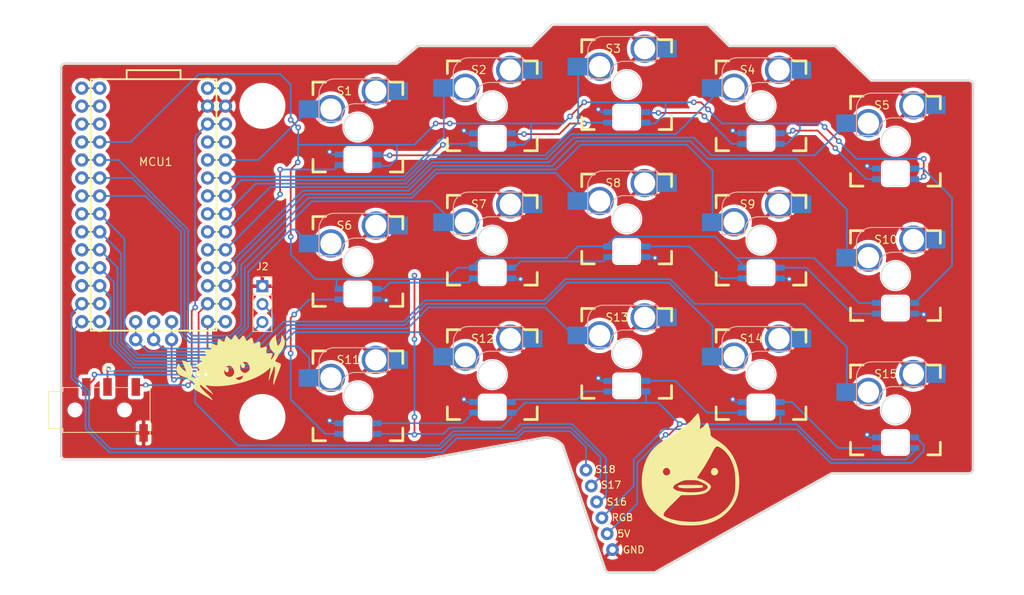
<source format=kicad_pcb>
(kicad_pcb (version 20221018) (generator pcbnew)

  (general
    (thickness 1.6)
  )

  (paper "A5")
  (layers
    (0 "F.Cu" signal)
    (31 "B.Cu" signal)
    (32 "B.Adhes" user "B.Adhesive")
    (33 "F.Adhes" user "F.Adhesive")
    (34 "B.Paste" user)
    (35 "F.Paste" user)
    (36 "B.SilkS" user "B.Silkscreen")
    (37 "F.SilkS" user "F.Silkscreen")
    (38 "B.Mask" user)
    (39 "F.Mask" user)
    (40 "Dwgs.User" user "User.Drawings")
    (41 "Cmts.User" user "User.Comments")
    (42 "Eco1.User" user "User.Eco1")
    (43 "Eco2.User" user "User.Eco2")
    (44 "Edge.Cuts" user)
    (45 "Margin" user)
    (46 "B.CrtYd" user "B.Courtyard")
    (47 "F.CrtYd" user "F.Courtyard")
    (48 "B.Fab" user)
    (49 "F.Fab" user)
    (50 "User.1" user)
    (51 "User.2" user)
    (52 "User.3" user)
    (53 "User.4" user)
    (54 "User.5" user)
    (55 "User.6" user)
    (56 "User.7" user)
    (57 "User.8" user)
    (58 "User.9" user)
  )

  (setup
    (stackup
      (layer "F.SilkS" (type "Top Silk Screen"))
      (layer "F.Paste" (type "Top Solder Paste"))
      (layer "F.Mask" (type "Top Solder Mask") (thickness 0.01))
      (layer "F.Cu" (type "copper") (thickness 0.035))
      (layer "dielectric 1" (type "core") (thickness 1.51) (material "FR4") (epsilon_r 4.5) (loss_tangent 0.02))
      (layer "B.Cu" (type "copper") (thickness 0.035))
      (layer "B.Mask" (type "Bottom Solder Mask") (thickness 0.01))
      (layer "B.Paste" (type "Bottom Solder Paste"))
      (layer "B.SilkS" (type "Bottom Silk Screen"))
      (copper_finish "None")
      (dielectric_constraints no)
    )
    (pad_to_mask_clearance 0)
    (pcbplotparams
      (layerselection 0x00010fc_ffffffff)
      (plot_on_all_layers_selection 0x0000000_00000000)
      (disableapertmacros false)
      (usegerberextensions false)
      (usegerberattributes true)
      (usegerberadvancedattributes true)
      (creategerberjobfile true)
      (dashed_line_dash_ratio 12.000000)
      (dashed_line_gap_ratio 3.000000)
      (svgprecision 4)
      (plotframeref false)
      (viasonmask false)
      (mode 1)
      (useauxorigin false)
      (hpglpennumber 1)
      (hpglpenspeed 20)
      (hpglpendiameter 15.000000)
      (dxfpolygonmode true)
      (dxfimperialunits true)
      (dxfusepcbnewfont true)
      (psnegative false)
      (psa4output false)
      (plotreference true)
      (plotvalue true)
      (plotinvisibletext false)
      (sketchpadsonfab false)
      (subtractmaskfromsilk false)
      (outputformat 1)
      (mirror false)
      (drillshape 0)
      (scaleselection 1)
      (outputdirectory "")
    )
  )

  (net 0 "")
  (net 1 "GND")
  (net 2 "/S1")
  (net 3 "+5V")
  (net 4 "Net-(S1-DOUT)")
  (net 5 "/S2")
  (net 6 "/S3")
  (net 7 "Net-(S2-DOUT)")
  (net 8 "/S4")
  (net 9 "Net-(S3-DOUT)")
  (net 10 "/S5")
  (net 11 "/NEOPIXEL_DIN")
  (net 12 "/S6")
  (net 13 "Net-(S4-DOUT)")
  (net 14 "/S11")
  (net 15 "Net-(S11-DIN)")
  (net 16 "/S12")
  (net 17 "Net-(S6-DIN)")
  (net 18 "/S13")
  (net 19 "Net-(S7-DIN)")
  (net 20 "/S14")
  (net 21 "Net-(S8-DIN)")
  (net 22 "/S15")
  (net 23 "Net-(S10-DOUT)")
  (net 24 "/S7")
  (net 25 "/S8")
  (net 26 "/S9")
  (net 27 "/S10")
  (net 28 "/RX")
  (net 29 "/TX")
  (net 30 "/S18")
  (net 31 "/S17")
  (net 32 "/S16")
  (net 33 "Net-(S11-DOUT)")
  (net 34 "Net-(S12-DOUT)")
  (net 35 "Net-(S10-DIN)")
  (net 36 "/VBUS")
  (net 37 "Net-(J2-Pin_2)")
  (net 38 "Net-(J2-Pin_3)")
  (net 39 "unconnected-(MCU1-VBAT-Pad30)")
  (net 40 "unconnected-(MCU1-D13-Pad27)")
  (net 41 "unconnected-(MCU1-3.3V-Pad2)")
  (net 42 "unconnected-(MCU1-3.3V-Pad1)")
  (net 43 "unconnected-(MCU1-RESET-Pad0)")
  (net 44 "Net-(S13-DOUT)")
  (net 45 "Net-(S14-DOUT)")
  (net 46 "Net-(E3-Pin_1)")

  (footprint "Footprints:Pin0.9mm" (layer "F.Cu") (at 105.25 93.5))

  (footprint "Footprints:MX_SW_SOCKET_LED" (layer "F.Cu") (at 108 49))

  (footprint "Footprints:MX_SW_SOCKET_LED_REV" (layer "F.Cu") (at 108 68))

  (footprint "Footprints:Pin0.9mm" (layer "F.Cu") (at 102.25 84.5))

  (footprint "Footprints:Pin0.9mm" (layer "F.Cu") (at 104.5 91.25))

  (footprint "Footprints:Pin0.9mm" (layer "F.Cu") (at 103.75 89))

  (footprint "Footprints:MX_SW_SOCKET_LED_REV" (layer "F.Cu") (at 127 33))

  (footprint "Footprints:MX_SW_SOCKET_LED" (layer "F.Cu") (at 89 52))

  (footprint "Footprints:MX_SW_SOCKET_LED_REV" (layer "F.Cu") (at 146 38))

  (footprint "MountingHole:MountingHole_6mm" (layer "F.Cu") (at 56.5 33))

  (footprint "Footprints:MX_SW_SOCKET_LED_REV" (layer "F.Cu") (at 108 30))

  (footprint "Footprints:MX_SW_SOCKET_LED_REV" (layer "F.Cu") (at 89 71))

  (footprint "Footprints:MX_SW_SOCKET_LED_REV" (layer "F.Cu") (at 70 74))

  (footprint "Footprints:MX_SW_SOCKET_LED_REV" (layer "F.Cu") (at 127 71))

  (footprint "Footprints:MX_SW_SOCKET_LED" (layer "F.Cu") (at 127 52))

  (footprint "Footprints:MX_SW_SOCKET_LED_REV" (layer "F.Cu") (at 89 33))

  (footprint "Footprints:MX_SW_SOCKET_LED" (layer "F.Cu") (at 70 55))

  (footprint "MountingHole:MountingHole_6mm" (layer "F.Cu") (at 56.5 77))

  (footprint "Footprints:Pin0.9mm" (layer "F.Cu") (at 103 86.75))

  (footprint "Footprints:MX_SW_SOCKET_LED_REV" (layer "F.Cu") (at 70 36))

  (footprint "Connector_Audio:Jack_3.5mm_KoreanHropartsElec_PJ-320D-4A_Horizontal" (layer "F.Cu") (at 34.75 76))

  (footprint "Footprints:MX_SW_SOCKET_LED" (layer "F.Cu") (at 146 57))

  (footprint "Footprints:Pin0.9mm" (layer "F.Cu") (at 106 95.75))

  (footprint "Connector_PinSocket_2.54mm:PinSocket_1x03_P2.54mm_Vertical" (layer "F.Cu") (at 56.5 58.5))

  (footprint "Footprints:MX_SW_SOCKET_LED_REV" (layer "F.Cu") (at 146 76))

  (footprint "Footprints:ITSYBITSY BREAKOUT" (layer "F.Cu") (at 41.12 43.2))

  (gr_poly
    (pts
      (xy 118.102948 76.461112)
      (xy 118.107792 76.462479)
      (xy 118.111659 76.465174)
      (xy 118.127924 76.48396)
      (xy 118.144193 76.507646)
      (xy 118.176562 76.568672)
      (xy 118.208403 76.646151)
      (xy 118.239356 76.737984)
      (xy 118.269058 76.842073)
      (xy 118.297147 76.956318)
      (xy 118.323263 77.078619)
      (xy 118.347043 77.206879)
      (xy 118.368126 77.338996)
      (xy 118.386149 77.472874)
      (xy 118.400752 77.606411)
      (xy 118.411572 77.737509)
      (xy 118.418249 77.864069)
      (xy 118.420419 77.983992)
      (xy 118.417722 78.095178)
      (xy 118.409796 78.195529)
      (xy 118.350447 78.720118)
      (xy 118.622047 78.526719)
      (xy 118.650934 78.50542)
      (xy 118.681402 78.481582)
      (xy 118.713194 78.455462)
      (xy 118.746047 78.427318)
      (xy 118.779704 78.397405)
      (xy 118.813904 78.365982)
      (xy 118.882895 78.299633)
      (xy 118.950941 78.230326)
      (xy 119.015966 78.16012)
      (xy 119.046696 78.125322)
      (xy 119.075892 78.09107)
      (xy 119.103293 78.057621)
      (xy 119.12864 78.025234)
      (xy 119.152931 77.994215)
      (xy 119.177232 77.964785)
      (xy 119.20139 77.937064)
      (xy 119.225248 77.911175)
      (xy 119.248651 77.887239)
      (xy 119.271444 77.865379)
      (xy 119.293472 77.845715)
      (xy 119.314578 77.82837)
      (xy 119.334608 77.813466)
      (xy 119.353406 77.801124)
      (xy 119.370818 77.791466)
      (xy 119.386687 77.784614)
      (xy 119.393994 77.782278)
      (xy 119.400858 77.780689)
      (xy 119.407259 77.779863)
      (xy 119.413177 77.779814)
      (xy 119.418593 77.780558)
      (xy 119.423487 77.78211)
      (xy 119.42784 77.784485)
      (xy 119.431633 77.787699)
      (xy 119.459409 77.82482)
      (xy 119.49024 77.880618)
      (xy 119.523456 77.952754)
      (xy 119.558389 78.038891)
      (xy 119.59437 78.13669)
      (xy 119.630731 78.243815)
      (xy 119.701916 78.476688)
      (xy 119.766595 78.718806)
      (xy 119.794822 78.837488)
      (xy 119.819417 78.951467)
      (xy 119.839711 79.058406)
      (xy 119.855034 79.155967)
      (xy 119.864718 79.241812)
      (xy 119.868095 79.313604)
      (xy 119.867955 79.382185)
      (xy 119.868687 79.442469)
      (xy 119.86992 79.470035)
      (xy 119.87202 79.496169)
      (xy 119.875201 79.521085)
      (xy 119.879682 79.544998)
      (xy 119.885677 79.568122)
      (xy 119.893402 79.590671)
      (xy 119.903075 79.61286)
      (xy 119.91491 79.634903)
      (xy 119.929123 79.657013)
      (xy 119.945932 79.679406)
      (xy 119.965552 79.702295)
      (xy 119.988199 79.725895)
      (xy 120.014089 79.750421)
      (xy 120.043439 79.776085)
      (xy 120.076464 79.803103)
      (xy 120.11338 79.831688)
      (xy 120.154404 79.862056)
      (xy 120.199751 79.89442)
      (xy 120.304282 79.965993)
      (xy 120.428699 80.048123)
      (xy 120.574733 80.142523)
      (xy 120.938564 80.374989)
      (xy 121.24522 80.581884)
      (xy 121.535111 80.800388)
      (xy 121.808286 81.030583)
      (xy 122.064797 81.272549)
      (xy 122.304695 81.52637)
      (xy 122.528028 81.792127)
      (xy 122.734849 82.069903)
      (xy 122.925207 82.359779)
      (xy 123.099154 82.661838)
      (xy 123.256738 82.976162)
      (xy 123.398012 83.302832)
      (xy 123.523026 83.641932)
      (xy 123.63183 83.993542)
      (xy 123.724474 84.357745)
      (xy 123.80101 84.734623)
      (xy 123.861487 85.124258)
      (xy 123.881728 85.295693)
      (xy 123.897843 85.472383)
      (xy 123.909878 85.653387)
      (xy 123.917881 85.837767)
      (xy 123.921984 86.21289)
      (xy 123.910535 86.590231)
      (xy 123.883914 86.962271)
      (xy 123.842504 87.321489)
      (xy 123.816373 87.49394)
      (xy 123.786687 87.660365)
      (xy 123.753495 87.819825)
      (xy 123.716845 87.971379)
      (xy 123.673247 88.128368)
      (xy 123.624737 88.283399)
      (xy 123.571294 88.436507)
      (xy 123.512899 88.587729)
      (xy 123.44953 88.737099)
      (xy 123.381169 88.884653)
      (xy 123.307795 89.030427)
      (xy 123.229388 89.174457)
      (xy 123.145928 89.316777)
      (xy 123.057395 89.457425)
      (xy 122.963768 89.596434)
      (xy 122.865027 89.733841)
      (xy 122.761153 89.869682)
      (xy 122.652124 90.003991)
      (xy 122.537922 90.136805)
      (xy 122.418526 90.268159)
      (xy 122.159803 90.531324)
      (xy 121.89249 90.775696)
      (xy 121.616064 91.001472)
      (xy 121.329998 91.208853)
      (xy 121.033767 91.398036)
      (xy 120.726845 91.569221)
      (xy 120.408708 91.722605)
      (xy 120.07883 91.858389)
      (xy 119.736685 91.976769)
      (xy 119.381749 92.077946)
      (xy 119.013496 92.162118)
      (xy 118.6314 92.229482)
      (xy 118.234936 92.280239)
      (xy 117.823578 92.314587)
      (xy 117.396802 92.332724)
      (xy 116.954082 92.33485)
      (xy 116.533286 92.326929)
      (xy 116.14875 92.315175)
      (xy 115.842985 92.30117)
      (xy 115.732926 92.293819)
      (xy 115.658502 92.286499)
      (xy 115.526053 92.266765)
      (xy 115.385953 92.241637)
      (xy 115.087423 92.176666)
      (xy 114.772157 92.094517)
      (xy 114.449397 91.998121)
      (xy 114.128389 91.890408)
      (xy 113.818377 91.774311)
      (xy 113.528605 91.652759)
      (xy 113.394198 91.590854)
      (xy 113.268318 91.528684)
      (xy 113.090523 91.431239)
      (xy 112.909023 91.319826)
      (xy 112.725223 91.195825)
      (xy 112.540525 91.060615)
      (xy 112.356331 90.915577)
      (xy 112.211421 90.793562)
      (xy 113.22456 90.793562)
      (xy 113.227108 90.824688)
      (xy 113.233808 90.854213)
      (xy 113.244538 90.882344)
      (xy 113.259176 90.909289)
      (xy 113.277599 90.935255)
      (xy 113.299686 90.96045)
      (xy 113.354362 91.009358)
      (xy 113.422225 91.057673)
      (xy 113.611679 91.166011)
      (xy 113.837417 91.267971)
      (xy 114.095321 91.363013)
      (xy 114.381269 91.450596)
      (xy 114.691141 91.53018)
      (xy 115.020817 91.601225)
      (xy 115.366177 91.663192)
      (xy 115.7231 91.71554)
      (xy 116.087466 91.75773)
      (xy 116.455154 91.78922)
      (xy 116.822045 91.809472)
      (xy 117.184018 91.817945)
      (xy 117.536952 91.814099)
      (xy 117.876728 91.797394)
      (xy 118.199225 91.767291)
      (xy 118.500323 91.723248)
      (xy 118.500317 91.72325)
      (xy 118.966215 91.627894)
      (xy 119.412153 91.510645)
      (xy 119.837571 91.371964)
      (xy 120.241908 91.212311)
      (xy 120.624603 91.032147)
      (xy 120.985093 90.831933)
      (xy 121.322819 90.612129)
      (xy 121.637219 90.373196)
      (xy 121.927732 90.115594)
      (xy 122.193796 89.839784)
      (xy 122.434851 89.546226)
      (xy 122.650335 89.235382)
      (xy 122.839688 88.907712)
      (xy 123.002347 88.563676)
      (xy 123.137753 88.203735)
      (xy 123.245343 87.82835)
      (xy 123.276615 87.67748)
      (xy 123.303235 87.502397)
      (xy 123.325239 87.306386)
      (xy 123.342663 87.092736)
      (xy 123.363913 86.625664)
      (xy 123.367271 86.127481)
      (xy 123.353022 85.624482)
      (xy 123.321453 85.142967)
      (xy 123.299263 84.918484)
      (xy 123.272849 84.709234)
      (xy 123.242249 84.518503)
      (xy 123.207498 84.349579)
      (xy 123.147032 84.11367)
      (xy 123.077432 83.881735)
      (xy 122.999126 83.654455)
      (xy 122.912539 83.432513)
      (xy 122.818099 83.21659)
      (xy 122.716231 83.007368)
      (xy 122.607362 82.805528)
      (xy 122.49192 82.611752)
      (xy 122.370329 82.426722)
      (xy 122.243018 82.251119)
      (xy 122.110411 82.085624)
      (xy 121.972937 81.93092)
      (xy 121.831021 81.787688)
      (xy 121.68509 81.656609)
      (xy 121.53557 81.538366)
      (xy 121.382888 81.433639)
      (xy 121.256269 81.354688)
      (xy 121.143037 81.288411)
      (xy 121.090882 81.260368)
      (xy 121.041404 81.235904)
      (xy 120.994378 81.215158)
      (xy 120.949583 81.198266)
      (xy 120.906794 81.185365)
      (xy 120.865787 81.176593)
      (xy 120.82634 81.172086)
      (xy 120.788229 81.171982)
      (xy 120.751231 81.176418)
      (xy 120.715122 81.185532)
      (xy 120.679679 81.19946)
      (xy 120.644679 81.218339)
      (xy 120.609897 81.242307)
      (xy 120.575111 81.271501)
      (xy 120.540098 81.306058)
      (xy 120.504633 81.346115)
      (xy 120.468495 81.391809)
      (xy 120.431458 81.443278)
      (xy 120.3933 81.500659)
      (xy 120.353797 81.564088)
      (xy 120.312726 81.633704)
      (xy 120.269864 81.709643)
      (xy 120.177871 81.881039)
      (xy 120.076032 82.079373)
      (xy 119.962559 82.305744)
      (xy 119.835201 82.553539)
      (xy 119.687559 82.827204)
      (xy 119.524925 83.117711)
      (xy 119.352592 83.416031)
      (xy 119.175853 83.713137)
      (xy 119 84)
      (xy 118.830327 84.267594)
      (xy 118.672125 84.506889)
      (xy 117.941454 85.583909)
      (xy 118.405258 85.741559)
      (xy 118.517112 85.781679)
      (xy 118.6294 85.826006)
      (xy 118.741378 85.874077)
      (xy 118.852299 85.925426)
      (xy 118.961419 85.97959)
      (xy 119.067992 86.036105)
      (xy 119.171272 86.094506)
      (xy 119.270514 86.154329)
      (xy 119.364973 86.215111)
      (xy 119.453903 86.276387)
      (xy 119.536558 86.337692)
      (xy 119.612194 86.398563)
      (xy 119.680065 86.458536)
      (xy 119.739425 86.517147)
      (xy 119.789529 86.57393)
      (xy 119.829631 86.628423)
      (xy 119.853519 86.665399)
      (xy 119.874156 86.698881)
      (xy 119.891513 86.729474)
      (xy 119.898953 86.743877)
      (xy 119.905562 86.757783)
      (xy 119.911338 86.77127)
      (xy 119.916276 86.784413)
      (xy 119.920373 86.797288)
      (xy 119.923626 86.809969)
      (xy 119.92603 86.822534)
      (xy 119.927584 86.835057)
      (xy 119.928282 86.847613)
      (xy 119.928122 86.86028)
      (xy 119.9271 86.873132)
      (xy 119.925213 86.886245)
      (xy 119.922457 86.899694)
      (xy 119.918828 86.913556)
      (xy 119.914323 86.927905)
      (xy 119.908939 86.942818)
      (xy 119.902672 86.95837)
      (xy 119.895518 86.974637)
      (xy 119.878538 87.009617)
      (xy 119.857969 87.048364)
      (xy 119.833785 87.091483)
      (xy 119.805956 87.139578)
      (xy 119.768402 87.200782)
      (xy 119.728626 87.259474)
      (xy 119.686504 87.315694)
      (xy 119.641909 87.36948)
      (xy 119.594718 87.420872)
      (xy 119.544804 87.469907)
      (xy 119.492043 87.516625)
      (xy 119.436309 87.561065)
      (xy 119.377477 87.603265)
      (xy 119.315421 87.643265)
      (xy 119.250018 87.681102)
      (xy 119.18114 87.716815)
      (xy 119.108664 87.750444)
      (xy 119.032463 87.782027)
      (xy 118.952413 87.811603)
      (xy 118.868388 87.83921)
      (xy 118.780263 87.864888)
      (xy 118.687914 87.888675)
      (xy 118.591214 87.91061)
      (xy 118.490038 87.930731)
      (xy 118.384261 87.949078)
      (xy 118.273759 87.965689)
      (xy 118.038075 87.993859)
      (xy 117.781984 88.015551)
      (xy 117.504484 88.031075)
      (xy 117.204573 88.04074)
      (xy 116.88125 88.044858)
      (xy 115.711174 88.049908)
      (xy 114.466274 89.283393)
      (xy 114.02799 89.722754)
      (xy 113.848177 89.908327)
      (xy 113.69328 90.073375)
      (xy 113.562323 90.21956)
      (xy 113.454326 90.348544)
      (xy 113.368314 90.461986)
      (xy 113.303309 90.561548)
      (xy 113.278378 90.606643)
      (xy 113.258333 90.648891)
      (xy 113.243051 90.688499)
      (xy 113.232409 90.725675)
      (xy 113.226286 90.760627)
      (xy 113.22456 90.793562)
      (xy 112.211421 90.793562)
      (xy 112.174043 90.76209)
      (xy 111.995065 90.601532)
      (xy 111.820798 90.435285)
      (xy 111.652646 90.264728)
      (xy 111.492012 90.091239)
      (xy 111.340296 89.916199)
      (xy 111.198903 89.740987)
      (xy 111.069235 89.566983)
      (xy 110.952693 89.395567)
      (xy 110.850682 89.228117)
      (xy 110.764603 89.066014)
      (xy 110.624212 88.753704)
      (xy 110.50146 88.428656)
      (xy 110.396375 88.092272)
      (xy 110.308986 87.745954)
      (xy 110.239319 87.391104)
      (xy 110.187403 87.029125)
      (xy 110.178419 86.932354)
      (xy 114.588753 86.932354)
      (xy 114.590053 86.962764)
      (xy 114.595727 86.992917)
      (xy 114.605759 87.022849)
      (xy 114.620133 87.052595)
      (xy 114.638833 87.082192)
      (xy 114.661843 87.111675)
      (xy 114.689146 87.141082)
      (xy 114.720727 87.170447)
      (xy 114.756569 87.199807)
      (xy 114.796656 87.229197)
      (xy 114.840973 87.258655)
      (xy 114.942228 87.317914)
      (xy 115.069971 87.375799)
      (xy 115.228817 87.428834)
      (xy 115.414803 87.476785)
      (xy 115.623964 87.519415)
      (xy 115.852336 87.556488)
      (xy 116.095954 87.587766)
      (xy 116.350855 87.613015)
      (xy 116.613073 87.631997)
      (xy 116.878644 87.644477)
      (xy 117.143604 87.650217)
      (xy 117.403989 87.648982)
      (xy 117.655834 87.640535)
      (xy 117.895174 87.62464)
      (xy 118.118046 87.601061)
      (xy 118.320485 87.569562)
      (xy 118.498526 87.529905)
      (xy 118.601085 87.501809)
      (xy 118.696337 87.474038)
      (xy 118.784572 87.446439)
      (xy 118.866076 87.418856)
      (xy 118.941136 87.391136)
      (xy 119.010041 87.363123)
      (xy 119.073078 87.334664)
      (xy 119.130535 87.305604)
      (xy 119.182699 87.275789)
      (xy 119.229857 87.245063)
      (xy 119.272297 87.213274)
      (xy 119.310308 87.180265)
      (xy 119.344175 87.145884)
      (xy 119.374187 87.109974)
      (xy 119.400632 87.072383)
      (xy 119.423796 87.032955)
      (xy 119.434247 87.011294)
      (xy 119.442442 86.989544)
      (xy 119.448362 86.967684)
      (xy 119.451986 86.945696)
      (xy 119.453293 86.923561)
      (xy 119.452264 86.901258)
      (xy 119.448878 86.87877)
      (xy 119.443115 86.856077)
      (xy 119.434954 86.83316)
      (xy 119.424375 86.81)
      (xy 119.411358 86.786578)
      (xy 119.395882 86.762874)
      (xy 119.377927 86.738869)
      (xy 119.357473 86.714545)
      (xy 119.3345 86.689882)
      (xy 119.308986 86.664862)
      (xy 119.280913 86.639464)
      (xy 119.250258 86.613669)
      (xy 119.217003 86.58746)
      (xy 119.181126 86.560816)
      (xy 119.142608 86.533719)
      (xy 119.101428 86.506148)
      (xy 119.057566 86.478086)
      (xy 119.011001 86.449513)
      (xy 118.909682 86.390758)
      (xy 118.797309 86.329729)
      (xy 118.673719 86.266274)
      (xy 118.538749 86.20024)
      (xy 118.356689 86.115355)
      (xy 118.275985 86.080322)
      (xy 118.199908 86.049815)
      (xy 118.126768 86.023522)
      (xy 118.054871 86.001135)
      (xy 117.982528 85.982341)
      (xy 117.908045 85.96683)
      (xy 117.829731 85.954293)
      (xy 117.745894 85.944417)
      (xy 117.654843 85.936894)
      (xy 117.554886 85.931412)
      (xy 117.44433 85.92766)
      (xy 117.321485 85.925329)
      (xy 117.032157 85.923685)
      (xy 116.732228 85.924655)
      (xy 116.606492 85.926665)
      (xy 116.494092 85.930276)
      (xy 116.392915 85.935924)
      (xy 116.300849 85.944048)
      (xy 116.215783 85.955086)
      (xy 116.135602 85.969475)
      (xy 116.058196 85.987653)
      (xy 115.981451 86.010058)
      (xy 115.903255 86.037127)
      (xy 115.821497 86.069298)
      (xy 115.734063 86.107009)
      (xy 115.638842 86.150698)
      (xy 115.416587 86.25776)
      (xy 115.251523 86.341105)
      (xy 115.105117 86.420827)
      (xy 114.977239 86.497215)
      (xy 114.867761 86.570556)
      (xy 114.819881 86.606174)
      (xy 114.776552 86.641139)
      (xy 114.737759 86.675486)
      (xy 114.703486 86.709252)
      (xy 114.673715 86.742472)
      (xy 114.648431 86.775183)
      (xy 114.627618 86.80742)
      (xy 114.61126 86.83922)
      (xy 114.599341 86.870618)
      (xy 114.591844 86.901651)
      (xy 114.588753 86.932354)
      (xy 110.178419 86.932354)
      (xy 110.153265 86.661417)
      (xy 110.136934 86.289382)
      (xy 110.138438 85.914424)
      (xy 110.157803 85.537942)
      (xy 110.195058 85.161341)
      (xy 110.250231 84.78602)
      (xy 110.264923 84.711145)
      (xy 113.132746 84.711145)
      (xy 113.134113 84.753157)
      (xy 113.138144 84.793857)
      (xy 113.144733 84.833192)
      (xy 113.153774 84.871106)
      (xy 113.165161 84.907548)
      (xy 113.178788 84.942462)
      (xy 113.19455 84.975795)
      (xy 113.21234 85.007493)
      (xy 113.232052 85.037503)
      (xy 113.253581 85.06577)
      (xy 113.276821 85.092241)
      (xy 113.301666 85.116862)
      (xy 113.328009 85.139579)
      (xy 113.355746 85.160338)
      (xy 113.38477 85.179086)
      (xy 113.414975 85.195769)
      (xy 113.446255 85.210332)
      (xy 113.478505 85.222722)
      (xy 113.511619 85.232886)
      (xy 113.54549 85.240769)
      (xy 113.580013 85.246318)
      (xy 113.615081 85.249478)
      (xy 113.65059 85.250197)
      (xy 113.686433 85.24842)
      (xy 113.722504 85.244093)
      (xy 113.758698 85.237162)
      (xy 113.794907 85.227575)
      (xy 113.831028 85.215276)
      (xy 113.866953 85.200213)
      (xy 113.902576 85.182331)
      (xy 113.937793 85.161576)
      (xy 113.972496 85.137895)
      (xy 114.005144 85.111566)
      (xy 114.034286 85.083056)
      (xy 114.059994 85.052562)
      (xy 114.082339 85.020283)
      (xy 114.101392 84.986415)
      (xy 114.117225 84.951158)
      (xy 114.129909 84.914708)
      (xy 114.139516 84.877264)
      (xy 114.146116 84.839023)
      (xy 114.149782 84.800184)
      (xy 114.150584 84.760945)
      (xy 114.148594 84.721502)
      (xy 114.143883 84.682055)
      (xy 114.136523 84.642801)
      (xy 114.126586 84.603937)
      (xy 114.114141 84.565662)
      (xy 114.099261 84.528174)
      (xy 114.082018 84.491671)
      (xy 114.062482 84.45635)
      (xy 114.040725 84.422409)
      (xy 114.016818 84.390046)
      (xy 113.990833 84.359459)
      (xy 113.96284 84.330846)
      (xy 113.932912 84.304405)
      (xy 113.90112 84.280334)
      (xy 113.867535 84.25883)
      (xy 113.832228 84.240091)
      (xy 113.795271 84.224316)
      (xy 113.756735 84.211702)
      (xy 113.716692 84.202447)
      (xy 113.675213 84.196748)
      (xy 113.632368 84.194805)
      (xy 113.608804 84.195549)
      (xy 113.585305 84.197748)
      (xy 113.561916 84.201357)
      (xy 113.538682 84.20633)
      (xy 113.515646 84.212619)
      (xy 113.492855 84.22018)
      (xy 113.470353 84.228965)
      (xy 113.448185 84.238928)
      (xy 113.426396 84.250023)
      (xy 113.405029 84.262204)
      (xy 113.384131 84.275424)
      (xy 113.363746 84.289637)
      (xy 113.343919 84.304797)
      (xy 113.324694 84.320857)
      (xy 113.306116 84.337772)
      (xy 113.288231 84.355494)
      (xy 113.271082 84.373978)
      (xy 113.254716 84.393177)
      (xy 113.239175 84.413045)
      (xy 113.224506 84.433536)
      (xy 113.210754 84.454603)
      (xy 113.197962 84.476201)
      (xy 113.186175 84.498282)
      (xy 113.17544 84.520801)
      (xy 113.165799 84.54371)
      (xy 113.157299 84.566965)
      (xy 113.149983 84.590519)
      (xy 113.143897 84.614324)
      (xy 113.139086 84.638336)
      (xy 113.135594 84.662508)
      (xy 113.133466 84.686793)
      (xy 113.132746 84.711145)
      (xy 110.264923 84.711145)
      (xy 110.323349 84.413383)
      (xy 110.414441 84.04483)
      (xy 110.523534 83.681765)
      (xy 110.650656 83.325589)
      (xy 110.750646 83.081248)
      (xy 110.858684 82.845137)
      (xy 110.975079 82.616904)
      (xy 111.100138 82.396197)
      (xy 111.234171 82.182665)
      (xy 111.377486 81.975956)
      (xy 111.530393 81.775718)
      (xy 111.693199 81.5816)
      (xy 111.866215 81.39325)
      (xy 112.049748 81.210316)
      (xy 112.244107 81.032448)
      (xy 112.4496 80.859292)
      (xy 112.666538 80.690498)
      (xy 112.895228 80.525714)
      (xy 113.135979 80.364588)
      (xy 113.3891 80.206769)
      (xy 114.180187 79.719972)
      (xy 114.883931 79.264615)
      (xy 115.507079 78.835461)
      (xy 116.056379 78.427274)
      (xy 116.305444 78.229406)
      (xy 116.538577 78.034815)
      (xy 116.756621 77.842848)
      (xy 116.960419 77.65285)
      (xy 117.150816 77.464165)
      (xy 117.328654 77.27614)
      (xy 117.494776 77.088119)
      (xy 117.650027 76.899449)
      (xy 117.690737 76.848895)
      (xy 117.730971 76.800424)
      (xy 117.770491 76.754259)
      (xy 117.809061 76.71062)
      (xy 117.846445 76.669733)
      (xy 117.882406 76.631818)
      (xy 117.916706 76.597099)
      (xy 117.94911 76.565799)
      (xy 117.97938 76.538139)
      (xy 118.007281 76.514343)
      (xy 118.032574 76.494634)
      (xy 118.055025 76.479233)
      (xy 118.074395 76.468364)
      (xy 118.090448 76.462249)
      (xy 118.097157 76.461044)
    )

    (stroke (width 0) (type solid)) (fill solid) (layer "F.SilkS") (tstamp 511efcea-c981-47b8-9b34-aa960a3058bc))
  (gr_poly
    (pts
      (xy 58.402723 65.437903)
      (xy 58.399041 65.490988)
      (xy 58.397631 65.548616)
      (xy 58.398456 65.610547)
      (xy 58.401479 65.676543)
      (xy 58.406664 65.746365)
      (xy 58.413974 65.819774)
      (xy 58.423372 65.896531)
      (xy 58.434822 65.976398)
      (xy 58.448288 66.059135)
      (xy 58.463732 66.144504)
      (xy 58.50041 66.322181)
      (xy 58.544564 66.50752)
      (xy 58.595901 66.698608)
      (xy 58.62175 66.788235)
      (xy 58.643904 66.862221)
      (xy 58.660005 66.91289)
      (xy 58.66505 66.927081)
      (xy 58.667699 66.932565)
      (xy 58.668793 66.93278)
      (xy 58.670399 66.93245)
      (xy 58.67249 66.9316)
      (xy 58.675039 66.930254)
      (xy 58.681404 66.926172)
      (xy 58.689279 66.920401)
      (xy 58.698448 66.913137)
      (xy 58.708697 66.904576)
      (xy 58.71981 66.894914)
      (xy 58.731572 66.884348)
      (xy 58.743768 66.873073)
      (xy 58.756182 66.861287)
      (xy 58.768599 66.849184)
      (xy 58.780804 66.836963)
      (xy 58.792582 66.824818)
      (xy 58.803717 66.812946)
      (xy 58.813994 66.801543)
      (xy 58.823199 66.790806)
      (xy 58.845781 66.76312)
      (xy 58.867371 66.735567)
      (xy 58.888013 66.708066)
      (xy 58.907753 66.680537)
      (xy 58.926637 66.652899)
      (xy 58.94471 66.625071)
      (xy 58.962018 66.596974)
      (xy 58.978607 66.568526)
      (xy 58.994522 66.539647)
      (xy 59.009809 66.510256)
      (xy 59.024514 66.480273)
      (xy 59.038682 66.449618)
      (xy 59.052359 66.41821)
      (xy 59.06559 66.385967)
      (xy 59.078422 66.352811)
      (xy 59.0909 66.31866)
      (xy 59.107367 66.270454)
      (xy 59.122558 66.222123)
      (xy 59.136482 66.1736)
      (xy 59.14915 66.124817)
      (xy 59.16057 66.075707)
      (xy 59.170752 66.026202)
      (xy 59.179705 65.976235)
      (xy 59.18744 65.925738)
      (xy 59.193965 65.874643)
      (xy 59.19929 65.822884)
      (xy 59.203424 65.770392)
      (xy 59.206378 65.7171)
      (xy 59.208159 65.662941)
      (xy 59.208779 65.607847)
      (xy 59.208246 65.55175)
      (xy 59.20657 65.494584)
      (xy 59.20326 65.409509)
      (xy 59.23751 65.44173)
      (xy 59.26522 65.468931)
      (xy 59.292676 65.498112)
      (xy 59.319781 65.529114)
      (xy 59.346437 65.561778)
      (xy 59.372546 65.595945)
      (xy 59.398009 65.631455)
      (xy 59.422731 65.668148)
      (xy 59.446612 65.705867)
      (xy 59.469555 65.74445)
      (xy 59.491462 65.78374)
      (xy 59.512236 65.823577)
      (xy 59.531779 65.863801)
      (xy 59.549993 65.904254)
      (xy 59.56678 65.944775)
      (xy 59.582043 65.985206)
      (xy 59.595684 66.025387)
      (xy 59.619472 66.107759)
      (xy 59.63821 66.190417)
      (xy 59.651888 66.273413)
      (xy 59.6605 66.356797)
      (xy 59.664035 66.440622)
      (xy 59.662486 66.52494)
      (xy 59.655843 66.6098)
      (xy 59.644099 66.695257)
      (xy 59.627244 66.78136)
      (xy 59.60527 66.868161)
      (xy 59.578169 66.955713)
      (xy 59.545931 67.044066)
      (xy 59.508548 67.133272)
      (xy 59.466012 67.223383)
      (xy 59.418314 67.31445)
      (xy 59.365446 67.406525)
      (xy 59.311725 67.493817)
      (xy 59.25782 67.576323)
      (xy 59.2026 67.655513)
      (xy 59.144935 67.732852)
      (xy 59.083694 67.809808)
      (xy 59.017745 67.887849)
      (xy 58.945959 67.968442)
      (xy 58.867203 68.053054)
      (xy 58.834096 68.088085)
      (xy 58.808718 68.115565)
      (xy 58.798474 68.127116)
      (xy 58.789619 68.137552)
      (xy 58.781971 68.147129)
      (xy 58.775349 68.156106)
      (xy 58.769572 68.164739)
      (xy 58.764459 68.173287)
      (xy 58.759828 68.182006)
      (xy 58.755498 68.191153)
      (xy 58.751288 68.200987)
      (xy 58.747016 68.211765)
      (xy 58.737563 68.237181)
      (xy 58.701256 68.330728)
      (xy 58.65904 68.429272)
      (xy 58.611624 68.531434)
      (xy 58.559717 68.635832)
      (xy 58.504026 68.741086)
      (xy 58.445261 68.845817)
      (xy 58.384129 68.948644)
      (xy 58.321338 69.048187)
      (xy 58.310301 69.065404)
      (xy 58.301726 69.079428)
      (xy 58.298315 69.085358)
      (xy 58.295464 69.090627)
      (xy 58.293155 69.095282)
      (xy 58.29137 69.099367)
      (xy 58.29009 69.102929)
      (xy 58.289297 69.106014)
      (xy 58.288972 69.108667)
      (xy 58.289098 69.110935)
      (xy 58.289655 69.112862)
      (xy 58.290626 69.114496)
      (xy 58.291991 69.115881)
      (xy 58.293734 69.117063)
      (xy 58.326528 69.13124)
      (xy 58.406544 69.164556)
      (xy 58.660145 69.268705)
      (xy 58.799427 69.326361)
      (xy 58.917074 69.376529)
      (xy 59.000689 69.413824)
      (xy 59.025862 69.425962)
      (xy 59.037879 69.432861)
      (xy 59.043619 69.438016)
      (xy 59.049301 69.443948)
      (xy 59.054891 69.450587)
      (xy 59.060352 69.457858)
      (xy 59.065651 69.46569)
      (xy 59.070752 69.474012)
      (xy 59.07562 69.48275)
      (xy 59.080222 69.491833)
      (xy 59.084522 69.501189)
      (xy 59.088485 69.510746)
      (xy 59.092076 69.52043)
      (xy 59.095261 69.530171)
      (xy 59.098004 69.539896)
      (xy 59.100272 69.549533)
      (xy 59.102028 69.55901)
      (xy 59.103239 69.568255)
      (xy 59.104281 69.58164)
      (xy 59.104778 69.59588)
      (xy 59.104738 69.61093)
      (xy 59.104166 69.626745)
      (xy 59.10307 69.64328)
      (xy 59.101458 69.660489)
      (xy 59.099335 69.678327)
      (xy 59.096709 69.696749)
      (xy 59.093587 69.715711)
      (xy 59.089976 69.735166)
      (xy 59.085882 69.75507)
      (xy 59.081313 69.775378)
      (xy 59.076275 69.796044)
      (xy 59.070776 69.817024)
      (xy 59.064822 69.838272)
      (xy 59.05842 69.859743)
      (xy 59.020039 69.977944)
      (xy 58.966506 70.132223)
      (xy 58.817248 70.540292)
      (xy 58.617171 71.066499)
      (xy 58.372802 71.693392)
      (xy 58.331053 71.801679)
      (xy 58.29123 71.908946)
      (xy 58.257843 72.002807)
      (xy 58.244971 72.04084)
      (xy 58.235398 72.070876)
      (xy 58.216126 72.132976)
      (xy 58.195516 72.196823)
      (xy 58.154107 72.318867)
      (xy 58.135221 72.371616)
      (xy 58.118822 72.415217)
      (xy 58.105868 72.446948)
      (xy 58.097314 72.464085)
      (xy 58.08465 72.482821)
      (xy 58.071323 72.429788)
      (xy 58.071338 72.429785)
      (xy 58.063225 72.391854)
      (xy 58.056767 72.349482)
      (xy 58.051946 72.302971)
      (xy 58.048744 72.252627)
      (xy 58.047143 72.198752)
      (xy 58.047124 72.14165)
      (xy 58.048668 72.081625)
      (xy 58.051757 72.018981)
      (xy 58.056372 71.954021)
      (xy 58.062495 71.887049)
      (xy 58.070108 71.818369)
      (xy 58.079192 71.748284)
      (xy 58.089728 71.677099)
      (xy 58.101699 71.605116)
      (xy 58.115085 71.53264)
      (xy 58.129868 71.459974)
      (xy 58.146162 71.380587)
      (xy 58.161588 71.29942)
      (xy 58.176224 71.215968)
      (xy 58.190149 71.129728)
      (xy 58.20344 71.040197)
      (xy 58.216176 70.946871)
      (xy 58.228434 70.849247)
      (xy 58.240293 70.746821)
      (xy 58.257623 70.576709)
      (xy 58.269704 70.425196)
      (xy 58.276539 70.292514)
      (xy 58.27813 70.178891)
      (xy 58.274478 70.084558)
      (xy 58.270687 70.044697)
      (xy 58.265586 70.009746)
      (xy 58.259176 69.979732)
      (xy 58.251457 69.954684)
      (xy 58.242428 69.934632)
      (xy 58.232091 69.919604)
      (xy 58.230883 69.918437)
      (xy 58.229168 69.917096)
      (xy 58.226977 69.915597)
      (xy 58.224344 69.913954)
      (xy 58.221299 69.912185)
      (xy 58.217875 69.910305)
      (xy 58.214103 69.908329)
      (xy 58.210016 69.906273)
      (xy 58.201024 69.901986)
      (xy 58.191154 69.897569)
      (xy 58.180661 69.893148)
      (xy 58.1698 69.888851)
      (xy 58.116663 69.868514)
      (xy 58.103063 69.931315)
      (xy 58.086999 69.992691)
      (xy 58.059073 70.082529)
      (xy 58.018681 70.202516)
      (xy 57.965218 70.354343)
      (xy 57.898081 70.5397)
      (xy 57.816664 70.760276)
      (xy 57.608576 71.313842)
      (xy 57.578609 71.39477)
      (xy 57.547583 71.481687)
      (xy 57.519159 71.56416)
      (xy 57.496998 71.631759)
      (xy 57.480023 71.685123)
      (xy 57.464934 71.731161)
      (xy 57.451732 71.769869)
      (xy 57.440418 71.801244)
      (xy 57.430993 71.825281)
      (xy 57.42346 71.841976)
      (xy 57.420403 71.847569)
      (xy 57.417819 71.851325)
      (xy 57.415709 71.853245)
      (xy 57.414831 71.853515)
      (xy 57.414072 71.853326)
      (xy 57.413249 71.852382)
      (xy 57.412486 71.850594)
      (xy 57.411135 71.844616)
      (xy 57.410019 71.835661)
      (xy 57.409135 71.823998)
      (xy 57.408058 71.793622)
      (xy 57.407888 71.755634)
      (xy 57.408611 71.712183)
      (xy 57.410213 71.665417)
      (xy 57.412678 71.617484)
      (xy 57.415993 71.570532)
      (xy 57.421423 71.511546)
      (xy 57.428194 71.450727)
      (xy 57.436201 71.388769)
      (xy 57.445336 71.326367)
      (xy 57.455491 71.264212)
      (xy 57.466559 71.202999)
      (xy 57.478433 71.14342)
      (xy 57.491006 71.08617)
      (xy 57.517195 70.965331)
      (xy 57.543198 70.831788)
      (xy 57.568233 70.690609)
      (xy 57.591515 70.54686)
      (xy 57.612263 70.405608)
      (xy 57.629694 70.27192)
      (xy 57.643024 70.150864)
      (xy 57.651472 70.047506)
      (xy 57.653255 70.015415)
      (xy 57.654403 69.987896)
      (xy 57.654819 69.967875)
      (xy 57.654724 69.961592)
      (xy 57.654409 69.958281)
      (xy 57.654268 69.957901)
      (xy 57.654061 69.957611)
      (xy 57.653788 69.957409)
      (xy 57.653453 69.957294)
      (xy 57.653056 69.957263)
      (xy 57.6526 69.957317)
      (xy 57.652086 69.957452)
      (xy 57.651517 69.957668)
      (xy 57.650893 69.957962)
      (xy 57.650218 69.958334)
      (xy 57.649492 69.958781)
      (xy 57.648718 69.959302)
      (xy 57.647898 69.959896)
      (xy 57.647032 69.960561)
      (xy 57.645174 69.962097)
      (xy 57.643159 69.963898)
      (xy 57.641002 69.965951)
      (xy 57.638717 69.968244)
      (xy 57.636318 69.970764)
      (xy 57.633821 69.973498)
      (xy 57.63124 69.976434)
      (xy 57.628589 69.97956)
      (xy 57.625884 69.982861)
      (xy 57.582633 70.034447)
      (xy 57.534549 70.087918)
      (xy 57.481919 70.143037)
      (xy 57.425032 70.199564)
      (xy 57.364177 70.257261)
      (xy 57.299642 70.31589)
      (xy 57.231716 70.375212)
      (xy 57.160687 70.434989)
      (xy 57.086844 70.494981)
      (xy 57.010475 70.554951)
      (xy 56.93187 70.614659)
      (xy 56.851316 70.673868)
      (xy 56.769102 70.732339)
      (xy 56.685517 70.789833)
      (xy 56.600849 70.846111)
      (xy 56.515386 70.900936)
      (xy 56.313758 71.02372)
      (xy 56.105062 71.142522)
      (xy 55.889172 71.257402)
      (xy 55.665963 71.36842)
      (xy 55.43531 71.475635)
      (xy 55.197086 71.57911)
      (xy 54.951167 71.678904)
      (xy 54.697428 71.775076)
      (xy 54.547649 71.829138)
      (xy 54.406804 71.878142)
      (xy 54.270004 71.923588)
      (xy 54.132356 71.966977)
      (xy 53.988971 72.009808)
      (xy 53.834957 72.053584)
      (xy 53.665424 72.099804)
      (xy 53.47548 72.149968)
      (xy 53.030599 72.260458)
      (xy 52.597667 72.356602)
      (xy 52.175282 72.438608)
      (xy 51.76204 72.506686)
      (xy 51.35654 72.561047)
      (xy 50.957379 72.6019)
      (xy 50.563155 72.629454)
      (xy 50.172465 72.64392)
      (xy 49.943132 72.644938)
      (xy 49.709095 72.639095)
      (xy 49.475906 72.626912)
      (xy 49.249116 72.608908)
      (xy 49.034279 72.585602)
      (xy 48.836947 72.557514)
      (xy 48.662671 72.525163)
      (xy 48.585915 72.507551)
      (xy 48.517005 72.489068)
      (xy 48.505707 72.48587)
      (xy 48.49507 72.48305)
      (xy 48.485332 72.480658)
      (xy 48.476735 72.478744)
      (xy 48.469517 72.477357)
      (xy 48.463918 72.476549)
      (xy 48.461801 72.476377)
      (xy 48.460179 72.476368)
      (xy 48.459081 72.476529)
      (xy 48.458539 72.476866)
      (xy 48.458535 72.477999)
      (xy 48.459315 72.480037)
      (xy 48.463132 72.486712)
      (xy 48.469807 72.496665)
      (xy 48.479162 72.50967)
      (xy 48.505181 72.543932)
      (xy 48.539741 72.587688)
      (xy 48.581394 72.639131)
      (xy 48.628693 72.696451)
      (xy 48.68019 72.75784)
      (xy 48.734436 72.82149)
      (xy 48.837107 72.939938)
      (xy 48.87962 72.987937)
      (xy 48.918306 73.030694)
      (xy 48.954707 73.069892)
      (xy 48.990364 73.107213)
      (xy 49.026818 73.14434)
      (xy 49.065611 73.182954)
      (xy 49.102127 73.219516)
      (xy 49.137574 73.256126)
      (xy 49.172051 73.292898)
      (xy 49.205659 73.329943)
      (xy 49.238497 73.367374)
      (xy 49.270668 73.405304)
      (xy 49.30227 73.443846)
      (xy 49.333405 73.483112)
      (xy 49.362923 73.522065)
      (xy 49.393637 73.564559)
      (xy 49.424305 73.608703)
      (xy 49.453687 73.652607)
      (xy 49.480543 73.694381)
      (xy 49.503631 73.732135)
      (xy 49.521712 73.763979)
      (xy 49.528486 73.777094)
      (xy 49.533543 73.788023)
      (xy 49.537915 73.798438)
      (xy 49.539618 73.802666)
      (xy 49.540995 73.806282)
      (xy 49.542042 73.809318)
      (xy 49.542757 73.811803)
      (xy 49.543135 73.81377)
      (xy 49.543198 73.814569)
      (xy 49.543175 73.81525)
      (xy 49.543066 73.815816)
      (xy 49.542872 73.816272)
      (xy 49.542591 73.816622)
      (xy 49.542223 73.816869)
      (xy 49.541768 73.817018)
      (xy 49.541225 73.817071)
      (xy 49.540595 73.817034)
      (xy 49.539875 73.81691)
      (xy 49.53817 73.816416)
      (xy 49.536105 73.815621)
      (xy 49.533679 73.814555)
      (xy 49.530887 73.813249)
      (xy 49.526426 73.810652)
      (xy 49.519606 73.806025)
      (xy 49.499734 73.791365)
      (xy 49.472962 73.770629)
      (xy 49.440983 73.74518)
      (xy 49.405488 73.716376)
      (xy 49.368172 73.68558)
      (xy 49.330725 73.654152)
      (xy 49.29484 73.623452)
      (xy 49.270319 73.603313)
      (xy 49.233398 73.57442)
      (xy 49.131391 73.497127)
      (xy 49.00688 73.405075)
      (xy 48.877931 73.31177)
      (xy 48.701459 73.181505)
      (xy 48.449508 72.991303)
      (xy 48.198808 72.799481)
      (xy 48.026089 72.664356)
      (xy 47.985845 72.630879)
      (xy 47.946585 72.596401)
      (xy 47.90955 72.562169)
      (xy 47.875979 72.529429)
      (xy 47.847115 72.49943)
      (xy 47.834835 72.485847)
      (xy 47.824197 72.473416)
      (xy 47.815355 72.462294)
      (xy 47.808466 72.452636)
      (xy 47.803684 72.444598)
      (xy 47.801163 72.438336)
      (xy 47.800632 72.43647)
      (xy 47.800027 72.434826)
      (xy 47.799347 72.433406)
      (xy 47.798977 72.432781)
      (xy 47.798587 72.432212)
      (xy 47.798177 72.431701)
      (xy 47.797746 72.431248)
      (xy 47.797294 72.430852)
      (xy 47.79682 72.430515)
      (xy 47.796324 72.430237)
      (xy 47.795806 72.430017)
      (xy 47.795265 72.429858)
      (xy 47.794701 72.429757)
      (xy 47.794114 72.429717)
      (xy 47.793503 72.429738)
      (xy 47.792868 72.429819)
      (xy 47.792208 72.429962)
      (xy 47.791523 72.430166)
      (xy 47.790813 72.430431)
      (xy 47.790077 72.430759)
      (xy 47.789315 72.43115)
      (xy 47.787712 72.43212)
      (xy 47.786 72.433345)
      (xy 47.784177 72.434826)
      (xy 47.782239 72.436568)
      (xy 47.780184 72.438573)
      (xy 47.778008 72.440843)
      (xy 47.775709 72.443381)
      (xy 47.773283 72.44619)
      (xy 47.770728 72.449273)
      (xy 47.76804 72.452633)
      (xy 47.765217 72.456273)
      (xy 47.762256 72.460195)
      (xy 47.759154 72.464401)
      (xy 47.755907 72.468896)
      (xy 47.752513 72.473681)
      (xy 47.748969 72.47876)
      (xy 47.741418 72.489808)
      (xy 47.733231 72.502064)
      (xy 47.722506 72.518419)
      (xy 47.713081 72.533182)
      (xy 47.704917 72.546526)
      (xy 47.697976 72.558629)
      (xy 47.692217 72.569665)
      (xy 47.687603 72.57981)
      (xy 47.684095 72.58924)
      (xy 47.682744 72.593741)
      (xy 47.681654 72.598129)
      (xy 47.680821 72.602425)
      (xy 47.680241 72.606653)
      (xy 47.679907 72.610833)
      (xy 47.679816 72.614988)
      (xy 47.679963 72.619139)
      (xy 47.680342 72.623309)
      (xy 47.68178 72.631791)
      (xy 47.68409 72.640611)
      (xy 47.687234 72.649943)
      (xy 47.691173 72.659963)
      (xy 47.695868 72.670847)
      (xy 47.701944 72.683948)
      (xy 47.708649 72.697318)
      (xy 47.716043 72.711042)
      (xy 47.72419 72.725206)
      (xy 47.733148 72.739895)
      (xy 47.742981 72.755196)
      (xy 47.753748 72.771195)
      (xy 47.765512 72.787976)
      (xy 47.778334 72.805626)
      (xy 47.792274 72.824231)
      (xy 47.823756 72.864647)
      (xy 47.860449 72.909911)
      (xy 47.902842 72.96071)
      (xy 47.99621 73.06792)
      (xy 48.099634 73.180541)
      (xy 48.210836 73.296339)
      (xy 48.327541 73.413081)
      (xy 48.447473 73.528534)
      (xy 48.568354 73.640463)
      (xy 48.687909 73.746635)
      (xy 48.803861 73.844816)
      (xy 48.84777 73.8817)
      (xy 48.891536 73.919842)
      (xy 48.934998 73.959068)
      (xy 48.977995 73.999204)
      (xy 49.020367 74.040075)
      (xy 49.061952 74.081508)
      (xy 49.102589 74.123329)
      (xy 49.142118 74.165363)
      (xy 49.180377 74.207436)
      (xy 49.217205 74.249374)
      (xy 49.252441 74.291004)
      (xy 49.285925 74.33215)
      (xy 49.317495 74.37264)
      (xy 49.34699 74.412298)
      (xy 49.37425 74.450951)
      (xy 49.399113 74.488425)
      (xy 49.416988 74.517076)
      (xy 49.432477 74.543462)
      (xy 49.445381 74.567154)
      (xy 49.450803 74.577855)
      (xy 49.455504 74.587721)
      (xy 49.459461 74.5967)
      (xy 49.462648 74.604736)
      (xy 49.465041 74.611777)
      (xy 49.466615 74.617768)
      (xy 49.467346 74.622656)
      (xy 49.467209 74.626387)
      (xy 49.466807 74.627802)
      (xy 49.466179 74.628908)
      (xy 49.465321 74.629698)
      (xy 49.464231 74.630164)
      (xy 49.462468 74.630347)
      (xy 49.46019 74.630139)
      (xy 49.4574 74.62954)
      (xy 49.454098 74.628552)
      (xy 49.445963 74.62541)
      (xy 49.435796 74.620719)
      (xy 49.423606 74.614483)
      (xy 49.409403 74.60671)
      (xy 49.393196 74.597404)
      (xy 49.374994 74.586571)
      (xy 49.354807 74.574218)
      (xy 49.332645 74.560349)
      (xy 49.282431 74.528089)
      (xy 49.22443 74.489836)
      (xy 49.158716 74.445638)
      (xy 49.107923 74.411877)
      (xy 49.049089 74.374018)
      (xy 48.98237 74.332157)
      (xy 48.907923 74.286389)
      (xy 48.736467 74.18351)
      (xy 48.53597 74.066143)
      (xy 48.104918 73.813271)
      (xy 47.650267 73.541855)
      (xy 47.259897 73.304777)
      (xy 47.021688 73.15492)
      (xy 46.948399 73.104764)
      (xy 46.916205 73.081644)
      (xy 46.8868 73.059648)
      (xy 46.860049 73.038643)
      (xy 46.83582 73.018495)
      (xy 46.813979 72.999069)
      (xy 46.794391 72.980231)
      (xy 46.776923 72.961846)
      (xy 46.761441 72.94378)
      (xy 46.747811 72.925898)
      (xy 46.7359 72.908067)
      (xy 46.725574 72.890152)
      (xy 46.716699 72.872018)
      (xy 46.709141 72.853531)
      (xy 46.702767 72.834557)
      (xy 46.698253 72.819012)
      (xy 46.694712 72.805315)
      (xy 46.693295 72.799064)
      (xy 46.692107 72.793158)
      (xy 46.691143 72.787561)
      (xy 46.6904 72.782232)
      (xy 46.689871 72.777135)
      (xy 46.689553 72.77223)
      (xy 46.689441 72.767478)
      (xy 46.689529 72.762841)
      (xy 46.689814 72.758281)
      (xy 46.690291 72.753759)
      (xy 46.690954 72.749237)
      (xy 46.6918 72.744675)
      (xy 46.693283 72.739946)
      (xy 46.69633 72.732479)
      (xy 46.706782 72.709975)
      (xy 46.722481 72.678449)
      (xy 46.742753 72.639192)
      (xy 46.766924 72.59349)
      (xy 46.794321 72.542632)
      (xy 46.824269 72.487907)
      (xy 46.856095 72.430602)
      (xy 46.972647 72.221277)
      (xy 47.031321 72.114028)
      (xy 47.048777 72.079471)
      (xy 46.902321 72.035957)
      (xy 46.804002 72.005551)
      (xy 46.7116 71.974446)
      (xy 46.624322 71.942306)
      (xy 46.541375 71.908796)
      (xy 46.461968 71.873581)
      (xy 46.385308 71.836325)
      (xy 46.310602 71.796692)
      (xy 46.237058 71.754347)
      (xy 46.184352 71.721926)
      (xy 46.136256 71.690432)
      (xy 46.113802 71.674926)
      (xy 46.092339 71.659522)
      (xy 46.071814 71.644179)
      (xy 46.052172 71.628854)
      (xy 46.03336 71.613502)
      (xy 46.015324 71.598083)
      (xy 45.998011 71.582551)
      (xy 45.981366 71.566866)
      (xy 45.965335 71.550984)
      (xy 45.949866 71.534861)
      (xy 45.934904 71.518456)
      (xy 45.920395 71.501724)
      (xy 45.870945 71.443253)
      (xy 45.733241 71.410932)
      (xy 45.602715 71.378266)
      (xy 45.478124 71.342945)
      (xy 45.359598 71.305018)
      (xy 45.247264 71.264536)
      (xy 45.141249 71.221545)
      (xy 45.041682 71.176096)
      (xy 44.94869 71.128236)
      (xy 44.9047 71.103418)
      (xy 44.862402 71.078015)
      (xy 44.829506 71.057229)
      (xy 44.798109 71.03657)
      (xy 44.768141 71.015973)
      (xy 44.739535 70.995378)
      (xy 44.712223 70.974721)
      (xy 44.686134 70.953939)
      (xy 44.661202 70.93297)
      (xy 44.637357 70.91175)
      (xy 44.614531 70.890218)
      (xy 44.592656 70.86831)
      (xy 44.571663 70.845964)
      (xy 44.551483 70.823116)
      (xy 44.532049 70.799705)
      (xy 44.513291 70.775667)
      (xy 44.495141 70.75094)
      (xy 44.47753 70.72546)
      (xy 44.459425 70.696846)
      (xy 44.442364 70.666599)
      (xy 44.426394 70.634905)
      (xy 44.411561 70.601947)
      (xy 44.397911 70.56791)
      (xy 44.385491 70.532979)
      (xy 44.374347 70.497338)
      (xy 44.364525 70.46117)
      (xy 44.356073 70.424662)
      (xy 44.349035 70.387997)
      (xy 44.343459 70.35136)
      (xy 44.339392 70.314935)
      (xy 44.336878 70.278907)
      (xy 44.335966 70.24346)
      (xy 44.3367 70.208779)
      (xy 44.339128 70.175047)
      (xy 44.3422 70.148208)
      (xy 44.346148 70.12074)
      (xy 44.350952 70.092712)
      (xy 44.356589 70.064191)
      (xy 44.36304 70.035247)
      (xy 44.370283 70.005946)
      (xy 44.378298 69.976357)
      (xy 44.387065 69.946549)
      (xy 44.396561 69.916588)
      (xy 44.406767 69.886544)
      (xy 44.417662 69.856483)
      (xy 44.429225 69.826475)
      (xy 44.441435 69.796587)
      (xy 44.454271 69.766888)
      (xy 44.467712 69.737445)
      (xy 44.481739 69.708326)
      (xy 44.500524 69.672922)
      (xy 44.524211 69.632047)
      (xy 44.550693 69.588899)
      (xy 44.577863 69.546675)
      (xy 44.603616 69.508572)
      (xy 44.625846 69.477787)
      (xy 44.63498 69.466137)
      (xy 44.642445 69.457516)
      (xy 44.647975 69.452323)
      (xy 44.649932 69.451137)
      (xy 44.651307 69.450957)
      (xy 44.651682 69.451095)
      (xy 44.652062 69.45127)
      (xy 44.652447 69.451483)
      (xy 44.652836 69.451731)
      (xy 44.653228 69.452014)
      (xy 44.653622 69.45233)
      (xy 44.654018 69.452679)
      (xy 44.654414 69.453058)
      (xy 44.654811 69.453468)
      (xy 44.655208 69.453907)
      (xy 44.655997 69.454867)
      (xy 44.656776 69.455929)
      (xy 44.657539 69.457085)
      (xy 44.65828 69.458325)
      (xy 44.658993 69.45964)
      (xy 44.659674 69.461021)
      (xy 44.660316 69.462459)
      (xy 44.660914 69.463944)
      (xy 44.661461 69.465469)
      (xy 44.661953 69.467024)
      (xy 44.662384 69.4686)
      (xy 44.662962 69.470549)
      (xy 44.66389 69.473199)
      (xy 44.666709 69.480417)
      (xy 44.670677 69.489888)
      (xy 44.675633 69.501245)
      (xy 44.681413 69.514119)
      (xy 44.687854 69.528143)
      (xy 44.694794 69.542951)
      (xy 44.70207 69.558174)
      (xy 44.741914 69.63657)
      (xy 44.784887 69.713252)
      (xy 44.830863 69.788088)
      (xy 44.879716 69.860947)
      (xy 44.931319 69.931698)
      (xy 44.985545 70.000211)
      (xy 45.042267 70.066353)
      (xy 45.101359 70.129993)
      (xy 45.162694 70.191002)
      (xy 45.226146 70.249247)
      (xy 45.291588 70.304598)
      (xy 45.358893 70.356923)
      (xy 45.427934 70.406091)
      (xy 45.498586 70.451971)
      (xy 45.57072 70.494433)
      (xy 45.644211 70.533344)
      (xy 45.664812 70.543483)
      (xy 45.684054 70.552625)
      (xy 45.701516 70.560594)
      (xy 45.716774 70.567211)
      (xy 45.729405 70.5723)
      (xy 45.738986 70.575682)
      (xy 45.742501 70.576678)
      (xy 45.745095 70.57718)
      (xy 45.746715 70.577168)
      (xy 45.747144 70.576961)
      (xy 45.747309 70.576618)
      (xy 45.722523 70.512649)
      (xy 45.654588 70.344399)
      (xy 45.430811 69.797338)
      (xy 45.206663 69.248948)
      (xy 45.138325 69.07926)
      (xy 45.113048 69.013534)
      (xy 45.114039 69.011482)
      (xy 45.117194 69.010163)
      (xy 45.129558 69.009604)
      (xy 45.149269 69.011623)
      (xy 45.175453 69.015985)
      (xy 45.207237 69.022454)
      (xy 45.243749 69.030796)
      (xy 45.327462 69.052154)
      (xy 45.419608 69.078179)
      (xy 45.513205 69.106988)
      (xy 45.601267 69.1367)
      (xy 45.64104 69.151306)
      (xy 45.676812 69.165433)
      (xy 45.735142 69.190234)
      (xy 45.791244 69.215612)
      (xy 45.845168 69.241602)
      (xy 45.896963 69.268239)
      (xy 45.94668 69.295557)
      (xy 45.994368 69.323592)
      (xy 46.040077 69.352377)
      (xy 46.083856 69.381949)
      (xy 46.125756 69.412342)
      (xy 46.165826 69.44359)
      (xy 46.204116 69.475729)
      (xy 46.240676 69.508793)
      (xy 46.275555 69.542817)
      (xy 46.308804 69.577837)
      (xy 46.340472 69.613886)
      (xy 46.370608 69.651)
      (xy 46.391002 69.677689)
      (xy 46.410215 69.704011)
      (xy 46.428308 69.730087)
      (xy 46.445338 69.756041)
      (xy 46.461365 69.781993)
      (xy 46.476447 69.808067)
      (xy 46.490645 69.834384)
      (xy 46.504016 69.861067)
      (xy 46.516619 69.888238)
      (xy 46.528515 69.916019)
      (xy 46.539761 69.944533)
      (xy 46.550416 69.973902)
      (xy 46.56054 70.004248)
      (xy 46.570191 70.035693)
      (xy 46.579429 70.06836)
      (xy 46.588313 70.102371)
      (xy 46.596034 70.13439)
      (xy 46.602957 70.165872)
      (xy 46.60909 70.196932)
      (xy 46.614438 70.227685)
      (xy 46.61901 70.258245)
      (xy 46.622813 70.288727)
      (xy 46.625852 70.319244)
      (xy 46.628136 70.349911)
      (xy 46.629672 70.380844)
      (xy 46.630467 70.412155)
      (xy 46.630527 70.44396)
      (xy 46.629861 70.476373)
      (xy 46.628474 70.509508)
      (xy 46.626375 70.54348)
      (xy 46.620066 70.614393)
      (xy 46.616104 70.647683)
      (xy 46.611104 70.68243)
      (xy 46.598247 70.755332)
      (xy 46.582009 70.831163)
      (xy 46.562905 70.907986)
      (xy 46.541448 70.983864)
      (xy 46.518152 71.056863)
      (xy 46.493533 71.125046)
      (xy 46.480888 71.156727)
      (xy 46.468104 71.186477)
      (xy 46.441105 71.246876)
      (xy 46.484416 71.280365)
      (xy 46.498149 71.290634)
      (xy 46.512871 71.300979)
      (xy 46.528513 71.311364)
      (xy 46.545009 71.321756)
      (xy 46.562293 71.332121)
      (xy 46.580298 71.342424)
      (xy 46.598957 71.352632)
      (xy 46.618203 71.362709)
      (xy 46.63797 71.372623)
      (xy 46.658191 71.382338)
      (xy 46.678799 71.391821)
      (xy 46.699728 71.401037)
      (xy 46.72091 71.409952)
      (xy 46.74228 71.418533)
      (xy 46.76377 71.426744)
      (xy 46.785313 71.434551)
      (xy 46.832785 71.450097)
      (xy 46.887461 71.465971)
      (xy 46.947387 71.481725)
      (xy 47.010606 71.496908)
      (xy 47.075164 71.511073)
      (xy 47.139104 71.523769)
      (xy 47.200471 71.534548)
      (xy 47.25731 71.54296)
      (xy 47.345564 71.554547)
      (xy 47.374391 71.501955)
      (xy 52.735842 71.501955)
      (xy 52.736049 71.503521)
      (xy 52.736718 71.505511)
      (xy 52.737826 71.507902)
      (xy 52.741272 71.513782)
      (xy 52.746206 71.52096)
      (xy 52.752451 71.529236)
      (xy 52.759825 71.538408)
      (xy 52.76815 71.548276)
      (xy 52.777246 71.558638)
      (xy 52.786933 71.569294)
      (xy 52.797031 71.580042)
      (xy 52.807362 71.590682)
      (xy 52.817745 71.601013)
      (xy 52.828002 71.610833)
      (xy 52.837951 71.619942)
      (xy 52.847415 71.62814)
      (xy 52.856212 71.635224)
      (xy 52.874013 71.648087)
      (xy 52.893454 71.660626)
      (xy 52.914327 71.672771)
      (xy 52.936428 71.684449)
      (xy 52.95955 71.69559)
      (xy 52.983489 71.706122)
      (xy 53.008036 71.715973)
      (xy 53.032988 71.725073)
      (xy 53.058138 71.733349)
      (xy 53.08328 71.740731)
      (xy 53.108209 71.747146)
      (xy 53.132718 71.752525)
      (xy 53.156601 71.756794)
      (xy 53.179653 71.759884)
      (xy 53.201668 71.761721)
      (xy 53.22244 71.762236)
      (xy 53.234441 71.761886)
      (xy 53.246989 71.761048)
      (xy 53.259995 71.759745)
      (xy 53.273369 71.757999)
      (xy 53.287022 71.755833)
      (xy 53.300865 71.753267)
      (xy 53.314808 71.750326)
      (xy 53.328763 71.747031)
      (xy 53.342639 71.743403)
      (xy 53.356348 71.739466)
      (xy 53.369801 71.735242)
      (xy 53.382907 71.730752)
      (xy 53.395578 71.72602)
      (xy 53.407724 71.721066)
      (xy 53.419257 71.715914)
      (xy 53.430086 71.710586)
      (xy 53.446253 71.701832)
      (xy 53.462167 71.69245)
      (xy 53.477816 71.682458)
      (xy 53.493186 71.671876)
      (xy 53.508266 71.660723)
      (xy 53.523043 71.649017)
      (xy 53.551639 71.624022)
      (xy 53.578873 71.597041)
      (xy 53.604646 71.568225)
      (xy 53.628859 71.537724)
      (xy 53.651411 71.505689)
      (xy 53.672204 71.47227)
      (xy 53.691138 71.437617)
      (xy 53.708113 71.401882)
      (xy 53.723029 71.365213)
      (xy 53.735788 71.327763)
      (xy 53.746289 71.28968)
      (xy 53.754432 71.251116)
      (xy 53.757589 71.2317)
      (xy 53.760119 71.212221)
      (xy 53.761376 71.200573)
      (xy 53.762431 71.189636)
      (xy 53.763271 71.179655)
      (xy 53.76388 71.170875)
      (xy 53.764243 71.163539)
      (xy 53.764346 71.157891)
      (xy 53.764174 71.154178)
      (xy 53.76398 71.153122)
      (xy 53.763712 71.152641)
      (xy 53.601464 71.204866)
      (xy 53.249335 71.323267)
      (xy 52.897496 71.443405)
      (xy 52.73612 71.50084)
      (xy 52.735842 71.501955)
      (xy 47.374391 71.501955)
      (xy 47.386168 71.48047)
      (xy 47.394259 71.4653)
      (xy 47.401681 71.450586)
      (xy 47.408281 71.436691)
      (xy 47.413905 71.423978)
      (xy 47.4184 71.412807)
      (xy 47.421612 71.403542)
      (xy 47.42269 71.399737)
      (xy 47.423389 71.396545)
      (xy 47.423691 71.394009)
      (xy 47.423576 71.392177)
      (xy 47.423102 71.391177)
      (xy 47.422021 71.389654)
      (xy 47.418098 71.385093)
      (xy 47.41193 71.378607)
      (xy 47.40364 71.37031)
      (xy 47.381187 71.348738)
      (xy 47.351723 71.321283)
      (xy 47.316233 71.288854)
      (xy 47.275701 71.252359)
      (xy 47.231114 71.212706)
      (xy 47.183456 71.170802)
      (xy 47.090148 71.088625)
      (xy 47.011234 71.01801)
      (xy 46.955037 70.966479)
      (xy 46.938056 70.950222)
      (xy 46.929875 70.941556)
      (xy 46.925764 70.935552)
      (xy 46.921803 70.928691)
      (xy 46.918018 70.921082)
      (xy 46.914434 70.91283)
      (xy 46.911078 70.904041)
      (xy 46.907974 70.894823)
      (xy 46.905149 70.885282)
      (xy 46.902627 70.875525)
      (xy 46.900435 70.865657)
      (xy 46.898597 70.855786)
      (xy 46.897141 70.846017)
      (xy 46.89609 70.836458)
      (xy 46.895471 70.827215)
      (xy 46.89
... [385851 chars truncated]
</source>
